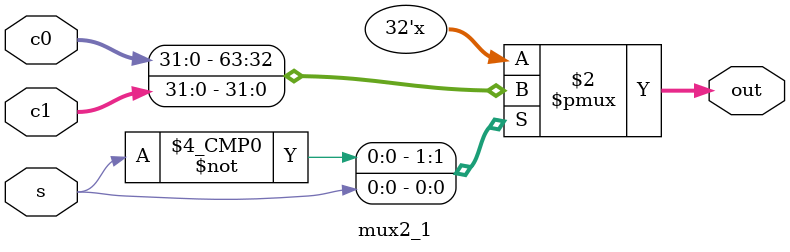
<source format=sv>
module mux2_1 // two to one mux
	(
						input s,
						input [31:0] c0,
						input [31:0] c1,
						output logic [31:0] out
						);

always_comb
		begin
			case(s)
				1'b0 : out = c0;
				1'b1 : out = c1;
				default  : out = 32'd0;
			endcase
		end
endmodule

</source>
